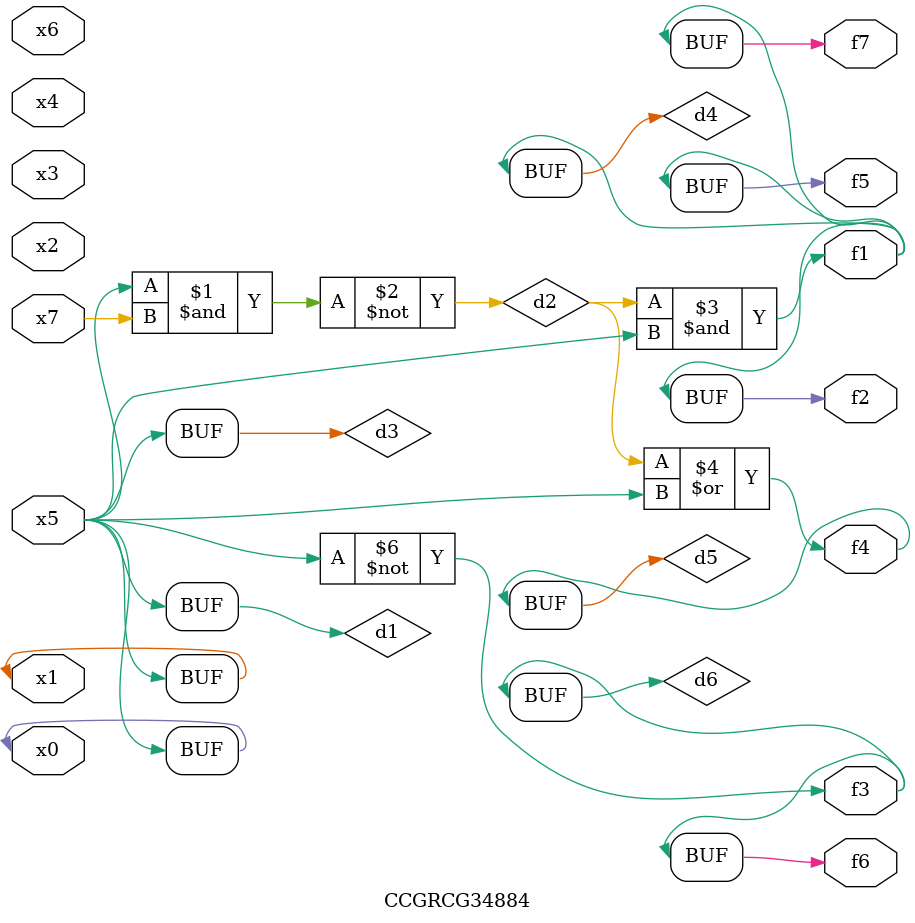
<source format=v>
module CCGRCG34884(
	input x0, x1, x2, x3, x4, x5, x6, x7,
	output f1, f2, f3, f4, f5, f6, f7
);

	wire d1, d2, d3, d4, d5, d6;

	buf (d1, x0, x5);
	nand (d2, x5, x7);
	buf (d3, x0, x1);
	and (d4, d2, d3);
	or (d5, d2, d3);
	nor (d6, d1, d3);
	assign f1 = d4;
	assign f2 = d4;
	assign f3 = d6;
	assign f4 = d5;
	assign f5 = d4;
	assign f6 = d6;
	assign f7 = d4;
endmodule

</source>
